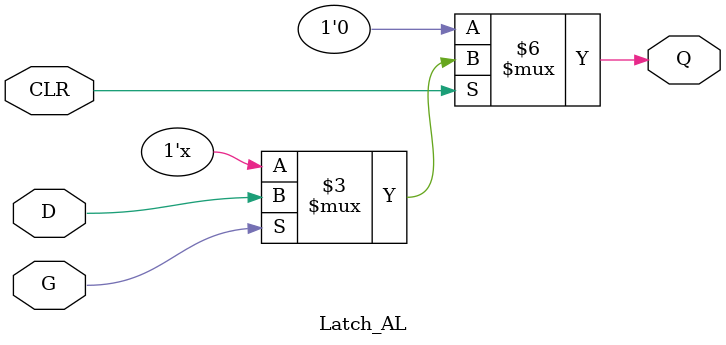
<source format=v>
module Latch_AL(D, G, CLR, Q);

input D, G, CLR;
output reg Q;

always @(*) begin

     if(~CLR)begin  // Active low clear
        Q <= 1'b0;
    end
    else if(G)begin // Enable signal
        Q <= D;
    end
    
    // If neither condition is met, Q preserves its previous value
end

endmodule
</source>
